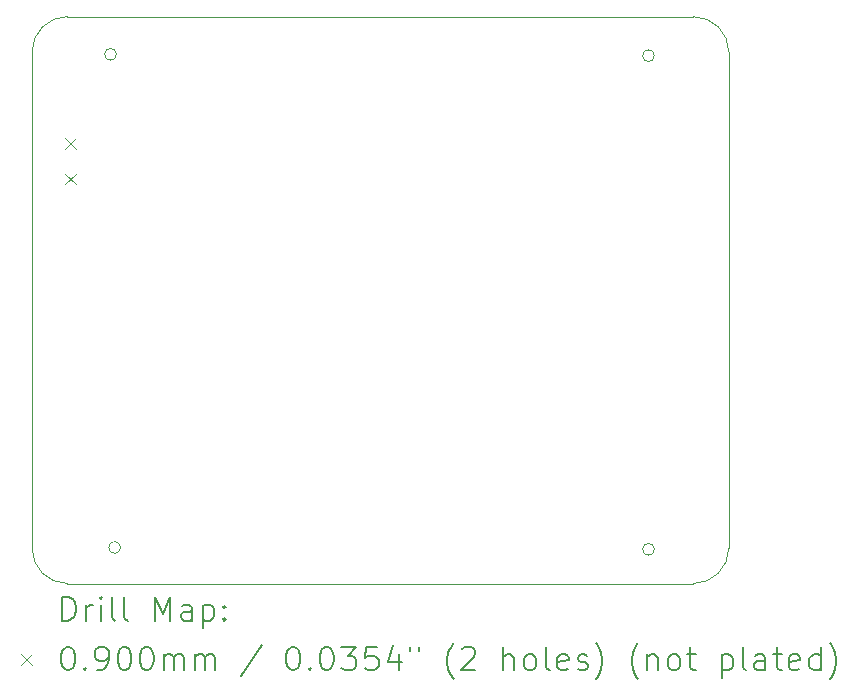
<source format=gbr>
%TF.GenerationSoftware,KiCad,Pcbnew,8.0.3*%
%TF.CreationDate,2024-07-29T10:59:52+05:30*%
%TF.ProjectId,SSTM32_REV2,5353544d-3332-45f5-9245-56322e6b6963,rev?*%
%TF.SameCoordinates,Original*%
%TF.FileFunction,Drillmap*%
%TF.FilePolarity,Positive*%
%FSLAX45Y45*%
G04 Gerber Fmt 4.5, Leading zero omitted, Abs format (unit mm)*
G04 Created by KiCad (PCBNEW 8.0.3) date 2024-07-29 10:59:52*
%MOMM*%
%LPD*%
G01*
G04 APERTURE LIST*
%ADD10C,0.050000*%
%ADD11C,0.200000*%
%ADD12C,0.100000*%
G04 APERTURE END LIST*
D10*
X14950000Y-12295000D02*
G75*
G02*
X14850000Y-12295000I-50000J0D01*
G01*
X14850000Y-12295000D02*
G75*
G02*
X14950000Y-12295000I50000J0D01*
G01*
X19470000Y-12310000D02*
G75*
G02*
X19370000Y-12310000I-50000J0D01*
G01*
X19370000Y-12310000D02*
G75*
G02*
X19470000Y-12310000I50000J0D01*
G01*
X19470000Y-8130000D02*
G75*
G02*
X19370000Y-8130000I-50000J0D01*
G01*
X19370000Y-8130000D02*
G75*
G02*
X19470000Y-8130000I50000J0D01*
G01*
X14915000Y-8120000D02*
G75*
G02*
X14815000Y-8120000I-50000J0D01*
G01*
X14815000Y-8120000D02*
G75*
G02*
X14915000Y-8120000I50000J0D01*
G01*
X14200000Y-8100000D02*
G75*
G02*
X14500000Y-7800000I300000J0D01*
G01*
X14500000Y-12600000D02*
G75*
G02*
X14200000Y-12300000I0J300000D01*
G01*
X14500000Y-12600000D02*
X19800000Y-12600000D01*
X19800000Y-7800000D02*
G75*
G02*
X20100000Y-8100000I0J-300000D01*
G01*
X14200000Y-8100000D02*
X14200000Y-12300000D01*
X19800000Y-7800000D02*
X14500000Y-7800000D01*
X20100000Y-12300000D02*
X20100000Y-8100000D01*
X20100000Y-12300000D02*
G75*
G02*
X19800000Y-12600000I-300000J0D01*
G01*
D11*
D12*
X14479000Y-8830000D02*
X14569000Y-8920000D01*
X14569000Y-8830000D02*
X14479000Y-8920000D01*
X14479000Y-9130000D02*
X14569000Y-9220000D01*
X14569000Y-9130000D02*
X14479000Y-9220000D01*
D11*
X14458277Y-12913984D02*
X14458277Y-12713984D01*
X14458277Y-12713984D02*
X14505896Y-12713984D01*
X14505896Y-12713984D02*
X14534467Y-12723508D01*
X14534467Y-12723508D02*
X14553515Y-12742555D01*
X14553515Y-12742555D02*
X14563039Y-12761603D01*
X14563039Y-12761603D02*
X14572562Y-12799698D01*
X14572562Y-12799698D02*
X14572562Y-12828269D01*
X14572562Y-12828269D02*
X14563039Y-12866365D01*
X14563039Y-12866365D02*
X14553515Y-12885412D01*
X14553515Y-12885412D02*
X14534467Y-12904460D01*
X14534467Y-12904460D02*
X14505896Y-12913984D01*
X14505896Y-12913984D02*
X14458277Y-12913984D01*
X14658277Y-12913984D02*
X14658277Y-12780650D01*
X14658277Y-12818746D02*
X14667801Y-12799698D01*
X14667801Y-12799698D02*
X14677324Y-12790174D01*
X14677324Y-12790174D02*
X14696372Y-12780650D01*
X14696372Y-12780650D02*
X14715420Y-12780650D01*
X14782086Y-12913984D02*
X14782086Y-12780650D01*
X14782086Y-12713984D02*
X14772562Y-12723508D01*
X14772562Y-12723508D02*
X14782086Y-12733031D01*
X14782086Y-12733031D02*
X14791610Y-12723508D01*
X14791610Y-12723508D02*
X14782086Y-12713984D01*
X14782086Y-12713984D02*
X14782086Y-12733031D01*
X14905896Y-12913984D02*
X14886848Y-12904460D01*
X14886848Y-12904460D02*
X14877324Y-12885412D01*
X14877324Y-12885412D02*
X14877324Y-12713984D01*
X15010658Y-12913984D02*
X14991610Y-12904460D01*
X14991610Y-12904460D02*
X14982086Y-12885412D01*
X14982086Y-12885412D02*
X14982086Y-12713984D01*
X15239229Y-12913984D02*
X15239229Y-12713984D01*
X15239229Y-12713984D02*
X15305896Y-12856841D01*
X15305896Y-12856841D02*
X15372562Y-12713984D01*
X15372562Y-12713984D02*
X15372562Y-12913984D01*
X15553515Y-12913984D02*
X15553515Y-12809222D01*
X15553515Y-12809222D02*
X15543991Y-12790174D01*
X15543991Y-12790174D02*
X15524943Y-12780650D01*
X15524943Y-12780650D02*
X15486848Y-12780650D01*
X15486848Y-12780650D02*
X15467801Y-12790174D01*
X15553515Y-12904460D02*
X15534467Y-12913984D01*
X15534467Y-12913984D02*
X15486848Y-12913984D01*
X15486848Y-12913984D02*
X15467801Y-12904460D01*
X15467801Y-12904460D02*
X15458277Y-12885412D01*
X15458277Y-12885412D02*
X15458277Y-12866365D01*
X15458277Y-12866365D02*
X15467801Y-12847317D01*
X15467801Y-12847317D02*
X15486848Y-12837793D01*
X15486848Y-12837793D02*
X15534467Y-12837793D01*
X15534467Y-12837793D02*
X15553515Y-12828269D01*
X15648753Y-12780650D02*
X15648753Y-12980650D01*
X15648753Y-12790174D02*
X15667801Y-12780650D01*
X15667801Y-12780650D02*
X15705896Y-12780650D01*
X15705896Y-12780650D02*
X15724943Y-12790174D01*
X15724943Y-12790174D02*
X15734467Y-12799698D01*
X15734467Y-12799698D02*
X15743991Y-12818746D01*
X15743991Y-12818746D02*
X15743991Y-12875888D01*
X15743991Y-12875888D02*
X15734467Y-12894936D01*
X15734467Y-12894936D02*
X15724943Y-12904460D01*
X15724943Y-12904460D02*
X15705896Y-12913984D01*
X15705896Y-12913984D02*
X15667801Y-12913984D01*
X15667801Y-12913984D02*
X15648753Y-12904460D01*
X15829705Y-12894936D02*
X15839229Y-12904460D01*
X15839229Y-12904460D02*
X15829705Y-12913984D01*
X15829705Y-12913984D02*
X15820182Y-12904460D01*
X15820182Y-12904460D02*
X15829705Y-12894936D01*
X15829705Y-12894936D02*
X15829705Y-12913984D01*
X15829705Y-12790174D02*
X15839229Y-12799698D01*
X15839229Y-12799698D02*
X15829705Y-12809222D01*
X15829705Y-12809222D02*
X15820182Y-12799698D01*
X15820182Y-12799698D02*
X15829705Y-12790174D01*
X15829705Y-12790174D02*
X15829705Y-12809222D01*
D12*
X14107500Y-13197500D02*
X14197500Y-13287500D01*
X14197500Y-13197500D02*
X14107500Y-13287500D01*
D11*
X14496372Y-13133984D02*
X14515420Y-13133984D01*
X14515420Y-13133984D02*
X14534467Y-13143508D01*
X14534467Y-13143508D02*
X14543991Y-13153031D01*
X14543991Y-13153031D02*
X14553515Y-13172079D01*
X14553515Y-13172079D02*
X14563039Y-13210174D01*
X14563039Y-13210174D02*
X14563039Y-13257793D01*
X14563039Y-13257793D02*
X14553515Y-13295888D01*
X14553515Y-13295888D02*
X14543991Y-13314936D01*
X14543991Y-13314936D02*
X14534467Y-13324460D01*
X14534467Y-13324460D02*
X14515420Y-13333984D01*
X14515420Y-13333984D02*
X14496372Y-13333984D01*
X14496372Y-13333984D02*
X14477324Y-13324460D01*
X14477324Y-13324460D02*
X14467801Y-13314936D01*
X14467801Y-13314936D02*
X14458277Y-13295888D01*
X14458277Y-13295888D02*
X14448753Y-13257793D01*
X14448753Y-13257793D02*
X14448753Y-13210174D01*
X14448753Y-13210174D02*
X14458277Y-13172079D01*
X14458277Y-13172079D02*
X14467801Y-13153031D01*
X14467801Y-13153031D02*
X14477324Y-13143508D01*
X14477324Y-13143508D02*
X14496372Y-13133984D01*
X14648753Y-13314936D02*
X14658277Y-13324460D01*
X14658277Y-13324460D02*
X14648753Y-13333984D01*
X14648753Y-13333984D02*
X14639229Y-13324460D01*
X14639229Y-13324460D02*
X14648753Y-13314936D01*
X14648753Y-13314936D02*
X14648753Y-13333984D01*
X14753515Y-13333984D02*
X14791610Y-13333984D01*
X14791610Y-13333984D02*
X14810658Y-13324460D01*
X14810658Y-13324460D02*
X14820182Y-13314936D01*
X14820182Y-13314936D02*
X14839229Y-13286365D01*
X14839229Y-13286365D02*
X14848753Y-13248269D01*
X14848753Y-13248269D02*
X14848753Y-13172079D01*
X14848753Y-13172079D02*
X14839229Y-13153031D01*
X14839229Y-13153031D02*
X14829705Y-13143508D01*
X14829705Y-13143508D02*
X14810658Y-13133984D01*
X14810658Y-13133984D02*
X14772562Y-13133984D01*
X14772562Y-13133984D02*
X14753515Y-13143508D01*
X14753515Y-13143508D02*
X14743991Y-13153031D01*
X14743991Y-13153031D02*
X14734467Y-13172079D01*
X14734467Y-13172079D02*
X14734467Y-13219698D01*
X14734467Y-13219698D02*
X14743991Y-13238746D01*
X14743991Y-13238746D02*
X14753515Y-13248269D01*
X14753515Y-13248269D02*
X14772562Y-13257793D01*
X14772562Y-13257793D02*
X14810658Y-13257793D01*
X14810658Y-13257793D02*
X14829705Y-13248269D01*
X14829705Y-13248269D02*
X14839229Y-13238746D01*
X14839229Y-13238746D02*
X14848753Y-13219698D01*
X14972562Y-13133984D02*
X14991610Y-13133984D01*
X14991610Y-13133984D02*
X15010658Y-13143508D01*
X15010658Y-13143508D02*
X15020182Y-13153031D01*
X15020182Y-13153031D02*
X15029705Y-13172079D01*
X15029705Y-13172079D02*
X15039229Y-13210174D01*
X15039229Y-13210174D02*
X15039229Y-13257793D01*
X15039229Y-13257793D02*
X15029705Y-13295888D01*
X15029705Y-13295888D02*
X15020182Y-13314936D01*
X15020182Y-13314936D02*
X15010658Y-13324460D01*
X15010658Y-13324460D02*
X14991610Y-13333984D01*
X14991610Y-13333984D02*
X14972562Y-13333984D01*
X14972562Y-13333984D02*
X14953515Y-13324460D01*
X14953515Y-13324460D02*
X14943991Y-13314936D01*
X14943991Y-13314936D02*
X14934467Y-13295888D01*
X14934467Y-13295888D02*
X14924943Y-13257793D01*
X14924943Y-13257793D02*
X14924943Y-13210174D01*
X14924943Y-13210174D02*
X14934467Y-13172079D01*
X14934467Y-13172079D02*
X14943991Y-13153031D01*
X14943991Y-13153031D02*
X14953515Y-13143508D01*
X14953515Y-13143508D02*
X14972562Y-13133984D01*
X15163039Y-13133984D02*
X15182086Y-13133984D01*
X15182086Y-13133984D02*
X15201134Y-13143508D01*
X15201134Y-13143508D02*
X15210658Y-13153031D01*
X15210658Y-13153031D02*
X15220182Y-13172079D01*
X15220182Y-13172079D02*
X15229705Y-13210174D01*
X15229705Y-13210174D02*
X15229705Y-13257793D01*
X15229705Y-13257793D02*
X15220182Y-13295888D01*
X15220182Y-13295888D02*
X15210658Y-13314936D01*
X15210658Y-13314936D02*
X15201134Y-13324460D01*
X15201134Y-13324460D02*
X15182086Y-13333984D01*
X15182086Y-13333984D02*
X15163039Y-13333984D01*
X15163039Y-13333984D02*
X15143991Y-13324460D01*
X15143991Y-13324460D02*
X15134467Y-13314936D01*
X15134467Y-13314936D02*
X15124943Y-13295888D01*
X15124943Y-13295888D02*
X15115420Y-13257793D01*
X15115420Y-13257793D02*
X15115420Y-13210174D01*
X15115420Y-13210174D02*
X15124943Y-13172079D01*
X15124943Y-13172079D02*
X15134467Y-13153031D01*
X15134467Y-13153031D02*
X15143991Y-13143508D01*
X15143991Y-13143508D02*
X15163039Y-13133984D01*
X15315420Y-13333984D02*
X15315420Y-13200650D01*
X15315420Y-13219698D02*
X15324943Y-13210174D01*
X15324943Y-13210174D02*
X15343991Y-13200650D01*
X15343991Y-13200650D02*
X15372563Y-13200650D01*
X15372563Y-13200650D02*
X15391610Y-13210174D01*
X15391610Y-13210174D02*
X15401134Y-13229222D01*
X15401134Y-13229222D02*
X15401134Y-13333984D01*
X15401134Y-13229222D02*
X15410658Y-13210174D01*
X15410658Y-13210174D02*
X15429705Y-13200650D01*
X15429705Y-13200650D02*
X15458277Y-13200650D01*
X15458277Y-13200650D02*
X15477324Y-13210174D01*
X15477324Y-13210174D02*
X15486848Y-13229222D01*
X15486848Y-13229222D02*
X15486848Y-13333984D01*
X15582086Y-13333984D02*
X15582086Y-13200650D01*
X15582086Y-13219698D02*
X15591610Y-13210174D01*
X15591610Y-13210174D02*
X15610658Y-13200650D01*
X15610658Y-13200650D02*
X15639229Y-13200650D01*
X15639229Y-13200650D02*
X15658277Y-13210174D01*
X15658277Y-13210174D02*
X15667801Y-13229222D01*
X15667801Y-13229222D02*
X15667801Y-13333984D01*
X15667801Y-13229222D02*
X15677324Y-13210174D01*
X15677324Y-13210174D02*
X15696372Y-13200650D01*
X15696372Y-13200650D02*
X15724943Y-13200650D01*
X15724943Y-13200650D02*
X15743991Y-13210174D01*
X15743991Y-13210174D02*
X15753515Y-13229222D01*
X15753515Y-13229222D02*
X15753515Y-13333984D01*
X16143991Y-13124460D02*
X15972563Y-13381603D01*
X16401134Y-13133984D02*
X16420182Y-13133984D01*
X16420182Y-13133984D02*
X16439229Y-13143508D01*
X16439229Y-13143508D02*
X16448753Y-13153031D01*
X16448753Y-13153031D02*
X16458277Y-13172079D01*
X16458277Y-13172079D02*
X16467801Y-13210174D01*
X16467801Y-13210174D02*
X16467801Y-13257793D01*
X16467801Y-13257793D02*
X16458277Y-13295888D01*
X16458277Y-13295888D02*
X16448753Y-13314936D01*
X16448753Y-13314936D02*
X16439229Y-13324460D01*
X16439229Y-13324460D02*
X16420182Y-13333984D01*
X16420182Y-13333984D02*
X16401134Y-13333984D01*
X16401134Y-13333984D02*
X16382086Y-13324460D01*
X16382086Y-13324460D02*
X16372563Y-13314936D01*
X16372563Y-13314936D02*
X16363039Y-13295888D01*
X16363039Y-13295888D02*
X16353515Y-13257793D01*
X16353515Y-13257793D02*
X16353515Y-13210174D01*
X16353515Y-13210174D02*
X16363039Y-13172079D01*
X16363039Y-13172079D02*
X16372563Y-13153031D01*
X16372563Y-13153031D02*
X16382086Y-13143508D01*
X16382086Y-13143508D02*
X16401134Y-13133984D01*
X16553515Y-13314936D02*
X16563039Y-13324460D01*
X16563039Y-13324460D02*
X16553515Y-13333984D01*
X16553515Y-13333984D02*
X16543991Y-13324460D01*
X16543991Y-13324460D02*
X16553515Y-13314936D01*
X16553515Y-13314936D02*
X16553515Y-13333984D01*
X16686848Y-13133984D02*
X16705896Y-13133984D01*
X16705896Y-13133984D02*
X16724944Y-13143508D01*
X16724944Y-13143508D02*
X16734467Y-13153031D01*
X16734467Y-13153031D02*
X16743991Y-13172079D01*
X16743991Y-13172079D02*
X16753515Y-13210174D01*
X16753515Y-13210174D02*
X16753515Y-13257793D01*
X16753515Y-13257793D02*
X16743991Y-13295888D01*
X16743991Y-13295888D02*
X16734467Y-13314936D01*
X16734467Y-13314936D02*
X16724944Y-13324460D01*
X16724944Y-13324460D02*
X16705896Y-13333984D01*
X16705896Y-13333984D02*
X16686848Y-13333984D01*
X16686848Y-13333984D02*
X16667801Y-13324460D01*
X16667801Y-13324460D02*
X16658277Y-13314936D01*
X16658277Y-13314936D02*
X16648753Y-13295888D01*
X16648753Y-13295888D02*
X16639229Y-13257793D01*
X16639229Y-13257793D02*
X16639229Y-13210174D01*
X16639229Y-13210174D02*
X16648753Y-13172079D01*
X16648753Y-13172079D02*
X16658277Y-13153031D01*
X16658277Y-13153031D02*
X16667801Y-13143508D01*
X16667801Y-13143508D02*
X16686848Y-13133984D01*
X16820182Y-13133984D02*
X16943991Y-13133984D01*
X16943991Y-13133984D02*
X16877325Y-13210174D01*
X16877325Y-13210174D02*
X16905896Y-13210174D01*
X16905896Y-13210174D02*
X16924944Y-13219698D01*
X16924944Y-13219698D02*
X16934468Y-13229222D01*
X16934468Y-13229222D02*
X16943991Y-13248269D01*
X16943991Y-13248269D02*
X16943991Y-13295888D01*
X16943991Y-13295888D02*
X16934468Y-13314936D01*
X16934468Y-13314936D02*
X16924944Y-13324460D01*
X16924944Y-13324460D02*
X16905896Y-13333984D01*
X16905896Y-13333984D02*
X16848753Y-13333984D01*
X16848753Y-13333984D02*
X16829706Y-13324460D01*
X16829706Y-13324460D02*
X16820182Y-13314936D01*
X17124944Y-13133984D02*
X17029706Y-13133984D01*
X17029706Y-13133984D02*
X17020182Y-13229222D01*
X17020182Y-13229222D02*
X17029706Y-13219698D01*
X17029706Y-13219698D02*
X17048753Y-13210174D01*
X17048753Y-13210174D02*
X17096372Y-13210174D01*
X17096372Y-13210174D02*
X17115420Y-13219698D01*
X17115420Y-13219698D02*
X17124944Y-13229222D01*
X17124944Y-13229222D02*
X17134468Y-13248269D01*
X17134468Y-13248269D02*
X17134468Y-13295888D01*
X17134468Y-13295888D02*
X17124944Y-13314936D01*
X17124944Y-13314936D02*
X17115420Y-13324460D01*
X17115420Y-13324460D02*
X17096372Y-13333984D01*
X17096372Y-13333984D02*
X17048753Y-13333984D01*
X17048753Y-13333984D02*
X17029706Y-13324460D01*
X17029706Y-13324460D02*
X17020182Y-13314936D01*
X17305896Y-13200650D02*
X17305896Y-13333984D01*
X17258277Y-13124460D02*
X17210658Y-13267317D01*
X17210658Y-13267317D02*
X17334468Y-13267317D01*
X17401134Y-13133984D02*
X17401134Y-13172079D01*
X17477325Y-13133984D02*
X17477325Y-13172079D01*
X17772563Y-13410174D02*
X17763039Y-13400650D01*
X17763039Y-13400650D02*
X17743991Y-13372079D01*
X17743991Y-13372079D02*
X17734468Y-13353031D01*
X17734468Y-13353031D02*
X17724944Y-13324460D01*
X17724944Y-13324460D02*
X17715420Y-13276841D01*
X17715420Y-13276841D02*
X17715420Y-13238746D01*
X17715420Y-13238746D02*
X17724944Y-13191127D01*
X17724944Y-13191127D02*
X17734468Y-13162555D01*
X17734468Y-13162555D02*
X17743991Y-13143508D01*
X17743991Y-13143508D02*
X17763039Y-13114936D01*
X17763039Y-13114936D02*
X17772563Y-13105412D01*
X17839230Y-13153031D02*
X17848753Y-13143508D01*
X17848753Y-13143508D02*
X17867801Y-13133984D01*
X17867801Y-13133984D02*
X17915420Y-13133984D01*
X17915420Y-13133984D02*
X17934468Y-13143508D01*
X17934468Y-13143508D02*
X17943991Y-13153031D01*
X17943991Y-13153031D02*
X17953515Y-13172079D01*
X17953515Y-13172079D02*
X17953515Y-13191127D01*
X17953515Y-13191127D02*
X17943991Y-13219698D01*
X17943991Y-13219698D02*
X17829706Y-13333984D01*
X17829706Y-13333984D02*
X17953515Y-13333984D01*
X18191611Y-13333984D02*
X18191611Y-13133984D01*
X18277325Y-13333984D02*
X18277325Y-13229222D01*
X18277325Y-13229222D02*
X18267801Y-13210174D01*
X18267801Y-13210174D02*
X18248753Y-13200650D01*
X18248753Y-13200650D02*
X18220182Y-13200650D01*
X18220182Y-13200650D02*
X18201134Y-13210174D01*
X18201134Y-13210174D02*
X18191611Y-13219698D01*
X18401134Y-13333984D02*
X18382087Y-13324460D01*
X18382087Y-13324460D02*
X18372563Y-13314936D01*
X18372563Y-13314936D02*
X18363039Y-13295888D01*
X18363039Y-13295888D02*
X18363039Y-13238746D01*
X18363039Y-13238746D02*
X18372563Y-13219698D01*
X18372563Y-13219698D02*
X18382087Y-13210174D01*
X18382087Y-13210174D02*
X18401134Y-13200650D01*
X18401134Y-13200650D02*
X18429706Y-13200650D01*
X18429706Y-13200650D02*
X18448753Y-13210174D01*
X18448753Y-13210174D02*
X18458277Y-13219698D01*
X18458277Y-13219698D02*
X18467801Y-13238746D01*
X18467801Y-13238746D02*
X18467801Y-13295888D01*
X18467801Y-13295888D02*
X18458277Y-13314936D01*
X18458277Y-13314936D02*
X18448753Y-13324460D01*
X18448753Y-13324460D02*
X18429706Y-13333984D01*
X18429706Y-13333984D02*
X18401134Y-13333984D01*
X18582087Y-13333984D02*
X18563039Y-13324460D01*
X18563039Y-13324460D02*
X18553515Y-13305412D01*
X18553515Y-13305412D02*
X18553515Y-13133984D01*
X18734468Y-13324460D02*
X18715420Y-13333984D01*
X18715420Y-13333984D02*
X18677325Y-13333984D01*
X18677325Y-13333984D02*
X18658277Y-13324460D01*
X18658277Y-13324460D02*
X18648753Y-13305412D01*
X18648753Y-13305412D02*
X18648753Y-13229222D01*
X18648753Y-13229222D02*
X18658277Y-13210174D01*
X18658277Y-13210174D02*
X18677325Y-13200650D01*
X18677325Y-13200650D02*
X18715420Y-13200650D01*
X18715420Y-13200650D02*
X18734468Y-13210174D01*
X18734468Y-13210174D02*
X18743992Y-13229222D01*
X18743992Y-13229222D02*
X18743992Y-13248269D01*
X18743992Y-13248269D02*
X18648753Y-13267317D01*
X18820182Y-13324460D02*
X18839230Y-13333984D01*
X18839230Y-13333984D02*
X18877325Y-13333984D01*
X18877325Y-13333984D02*
X18896373Y-13324460D01*
X18896373Y-13324460D02*
X18905896Y-13305412D01*
X18905896Y-13305412D02*
X18905896Y-13295888D01*
X18905896Y-13295888D02*
X18896373Y-13276841D01*
X18896373Y-13276841D02*
X18877325Y-13267317D01*
X18877325Y-13267317D02*
X18848753Y-13267317D01*
X18848753Y-13267317D02*
X18829706Y-13257793D01*
X18829706Y-13257793D02*
X18820182Y-13238746D01*
X18820182Y-13238746D02*
X18820182Y-13229222D01*
X18820182Y-13229222D02*
X18829706Y-13210174D01*
X18829706Y-13210174D02*
X18848753Y-13200650D01*
X18848753Y-13200650D02*
X18877325Y-13200650D01*
X18877325Y-13200650D02*
X18896373Y-13210174D01*
X18972563Y-13410174D02*
X18982087Y-13400650D01*
X18982087Y-13400650D02*
X19001134Y-13372079D01*
X19001134Y-13372079D02*
X19010658Y-13353031D01*
X19010658Y-13353031D02*
X19020182Y-13324460D01*
X19020182Y-13324460D02*
X19029706Y-13276841D01*
X19029706Y-13276841D02*
X19029706Y-13238746D01*
X19029706Y-13238746D02*
X19020182Y-13191127D01*
X19020182Y-13191127D02*
X19010658Y-13162555D01*
X19010658Y-13162555D02*
X19001134Y-13143508D01*
X19001134Y-13143508D02*
X18982087Y-13114936D01*
X18982087Y-13114936D02*
X18972563Y-13105412D01*
X19334468Y-13410174D02*
X19324944Y-13400650D01*
X19324944Y-13400650D02*
X19305896Y-13372079D01*
X19305896Y-13372079D02*
X19296373Y-13353031D01*
X19296373Y-13353031D02*
X19286849Y-13324460D01*
X19286849Y-13324460D02*
X19277325Y-13276841D01*
X19277325Y-13276841D02*
X19277325Y-13238746D01*
X19277325Y-13238746D02*
X19286849Y-13191127D01*
X19286849Y-13191127D02*
X19296373Y-13162555D01*
X19296373Y-13162555D02*
X19305896Y-13143508D01*
X19305896Y-13143508D02*
X19324944Y-13114936D01*
X19324944Y-13114936D02*
X19334468Y-13105412D01*
X19410658Y-13200650D02*
X19410658Y-13333984D01*
X19410658Y-13219698D02*
X19420182Y-13210174D01*
X19420182Y-13210174D02*
X19439230Y-13200650D01*
X19439230Y-13200650D02*
X19467801Y-13200650D01*
X19467801Y-13200650D02*
X19486849Y-13210174D01*
X19486849Y-13210174D02*
X19496373Y-13229222D01*
X19496373Y-13229222D02*
X19496373Y-13333984D01*
X19620182Y-13333984D02*
X19601134Y-13324460D01*
X19601134Y-13324460D02*
X19591611Y-13314936D01*
X19591611Y-13314936D02*
X19582087Y-13295888D01*
X19582087Y-13295888D02*
X19582087Y-13238746D01*
X19582087Y-13238746D02*
X19591611Y-13219698D01*
X19591611Y-13219698D02*
X19601134Y-13210174D01*
X19601134Y-13210174D02*
X19620182Y-13200650D01*
X19620182Y-13200650D02*
X19648754Y-13200650D01*
X19648754Y-13200650D02*
X19667801Y-13210174D01*
X19667801Y-13210174D02*
X19677325Y-13219698D01*
X19677325Y-13219698D02*
X19686849Y-13238746D01*
X19686849Y-13238746D02*
X19686849Y-13295888D01*
X19686849Y-13295888D02*
X19677325Y-13314936D01*
X19677325Y-13314936D02*
X19667801Y-13324460D01*
X19667801Y-13324460D02*
X19648754Y-13333984D01*
X19648754Y-13333984D02*
X19620182Y-13333984D01*
X19743992Y-13200650D02*
X19820182Y-13200650D01*
X19772563Y-13133984D02*
X19772563Y-13305412D01*
X19772563Y-13305412D02*
X19782087Y-13324460D01*
X19782087Y-13324460D02*
X19801134Y-13333984D01*
X19801134Y-13333984D02*
X19820182Y-13333984D01*
X20039230Y-13200650D02*
X20039230Y-13400650D01*
X20039230Y-13210174D02*
X20058277Y-13200650D01*
X20058277Y-13200650D02*
X20096373Y-13200650D01*
X20096373Y-13200650D02*
X20115420Y-13210174D01*
X20115420Y-13210174D02*
X20124944Y-13219698D01*
X20124944Y-13219698D02*
X20134468Y-13238746D01*
X20134468Y-13238746D02*
X20134468Y-13295888D01*
X20134468Y-13295888D02*
X20124944Y-13314936D01*
X20124944Y-13314936D02*
X20115420Y-13324460D01*
X20115420Y-13324460D02*
X20096373Y-13333984D01*
X20096373Y-13333984D02*
X20058277Y-13333984D01*
X20058277Y-13333984D02*
X20039230Y-13324460D01*
X20248754Y-13333984D02*
X20229706Y-13324460D01*
X20229706Y-13324460D02*
X20220182Y-13305412D01*
X20220182Y-13305412D02*
X20220182Y-13133984D01*
X20410658Y-13333984D02*
X20410658Y-13229222D01*
X20410658Y-13229222D02*
X20401135Y-13210174D01*
X20401135Y-13210174D02*
X20382087Y-13200650D01*
X20382087Y-13200650D02*
X20343992Y-13200650D01*
X20343992Y-13200650D02*
X20324944Y-13210174D01*
X20410658Y-13324460D02*
X20391611Y-13333984D01*
X20391611Y-13333984D02*
X20343992Y-13333984D01*
X20343992Y-13333984D02*
X20324944Y-13324460D01*
X20324944Y-13324460D02*
X20315420Y-13305412D01*
X20315420Y-13305412D02*
X20315420Y-13286365D01*
X20315420Y-13286365D02*
X20324944Y-13267317D01*
X20324944Y-13267317D02*
X20343992Y-13257793D01*
X20343992Y-13257793D02*
X20391611Y-13257793D01*
X20391611Y-13257793D02*
X20410658Y-13248269D01*
X20477325Y-13200650D02*
X20553515Y-13200650D01*
X20505896Y-13133984D02*
X20505896Y-13305412D01*
X20505896Y-13305412D02*
X20515420Y-13324460D01*
X20515420Y-13324460D02*
X20534468Y-13333984D01*
X20534468Y-13333984D02*
X20553515Y-13333984D01*
X20696373Y-13324460D02*
X20677325Y-13333984D01*
X20677325Y-13333984D02*
X20639230Y-13333984D01*
X20639230Y-13333984D02*
X20620182Y-13324460D01*
X20620182Y-13324460D02*
X20610658Y-13305412D01*
X20610658Y-13305412D02*
X20610658Y-13229222D01*
X20610658Y-13229222D02*
X20620182Y-13210174D01*
X20620182Y-13210174D02*
X20639230Y-13200650D01*
X20639230Y-13200650D02*
X20677325Y-13200650D01*
X20677325Y-13200650D02*
X20696373Y-13210174D01*
X20696373Y-13210174D02*
X20705896Y-13229222D01*
X20705896Y-13229222D02*
X20705896Y-13248269D01*
X20705896Y-13248269D02*
X20610658Y-13267317D01*
X20877325Y-13333984D02*
X20877325Y-13133984D01*
X20877325Y-13324460D02*
X20858277Y-13333984D01*
X20858277Y-13333984D02*
X20820182Y-13333984D01*
X20820182Y-13333984D02*
X20801135Y-13324460D01*
X20801135Y-13324460D02*
X20791611Y-13314936D01*
X20791611Y-13314936D02*
X20782087Y-13295888D01*
X20782087Y-13295888D02*
X20782087Y-13238746D01*
X20782087Y-13238746D02*
X20791611Y-13219698D01*
X20791611Y-13219698D02*
X20801135Y-13210174D01*
X20801135Y-13210174D02*
X20820182Y-13200650D01*
X20820182Y-13200650D02*
X20858277Y-13200650D01*
X20858277Y-13200650D02*
X20877325Y-13210174D01*
X20953516Y-13410174D02*
X20963039Y-13400650D01*
X20963039Y-13400650D02*
X20982087Y-13372079D01*
X20982087Y-13372079D02*
X20991611Y-13353031D01*
X20991611Y-13353031D02*
X21001135Y-13324460D01*
X21001135Y-13324460D02*
X21010658Y-13276841D01*
X21010658Y-13276841D02*
X21010658Y-13238746D01*
X21010658Y-13238746D02*
X21001135Y-13191127D01*
X21001135Y-13191127D02*
X20991611Y-13162555D01*
X20991611Y-13162555D02*
X20982087Y-13143508D01*
X20982087Y-13143508D02*
X20963039Y-13114936D01*
X20963039Y-13114936D02*
X20953516Y-13105412D01*
M02*

</source>
